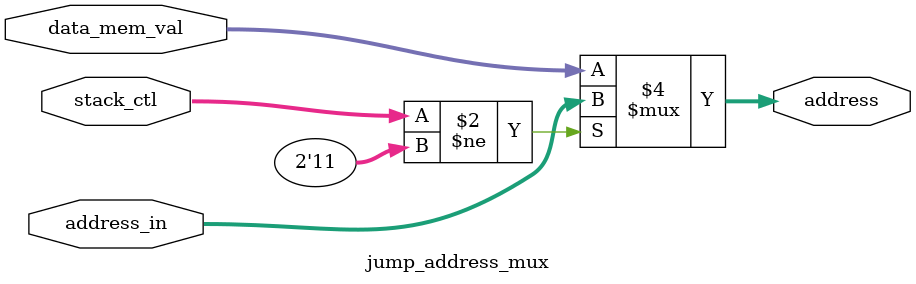
<source format=v>
`timescale 1ns / 1ps


module jump_address_mux(
        input [1:0] stack_ctl,
        input [7:0] address_in,
        input [7:0] data_mem_val,
        output reg [7:0] address
    );
    
    always@* begin
        if(stack_ctl != 3)  begin
            address = address_in;
        end
        else begin
            address = data_mem_val;
        end
    end
endmodule

</source>
